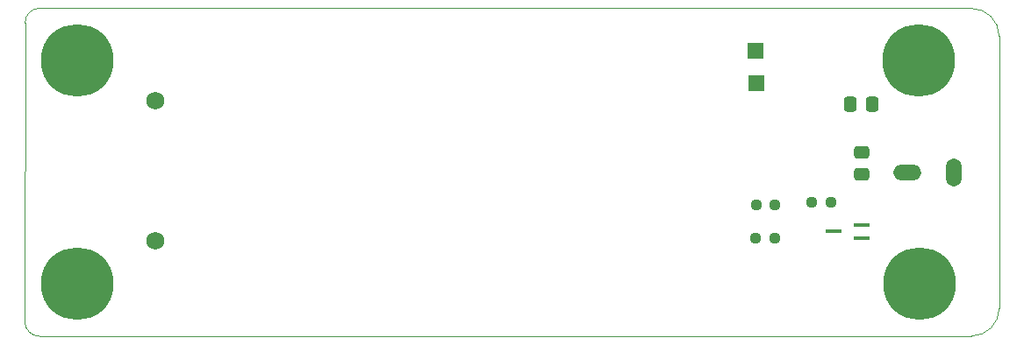
<source format=gbs>
%TF.GenerationSoftware,KiCad,Pcbnew,(6.0.2)*%
%TF.CreationDate,2022-05-28T13:28:15-07:00*%
%TF.ProjectId,TxBoard,5478426f-6172-4642-9e6b-696361645f70,4*%
%TF.SameCoordinates,Original*%
%TF.FileFunction,Soldermask,Bot*%
%TF.FilePolarity,Negative*%
%FSLAX46Y46*%
G04 Gerber Fmt 4.6, Leading zero omitted, Abs format (unit mm)*
G04 Created by KiCad (PCBNEW (6.0.2)) date 2022-05-28 13:28:15*
%MOMM*%
%LPD*%
G01*
G04 APERTURE LIST*
G04 Aperture macros list*
%AMRoundRect*
0 Rectangle with rounded corners*
0 $1 Rounding radius*
0 $2 $3 $4 $5 $6 $7 $8 $9 X,Y pos of 4 corners*
0 Add a 4 corners polygon primitive as box body*
4,1,4,$2,$3,$4,$5,$6,$7,$8,$9,$2,$3,0*
0 Add four circle primitives for the rounded corners*
1,1,$1+$1,$2,$3*
1,1,$1+$1,$4,$5*
1,1,$1+$1,$6,$7*
1,1,$1+$1,$8,$9*
0 Add four rect primitives between the rounded corners*
20,1,$1+$1,$2,$3,$4,$5,0*
20,1,$1+$1,$4,$5,$6,$7,0*
20,1,$1+$1,$6,$7,$8,$9,0*
20,1,$1+$1,$8,$9,$2,$3,0*%
G04 Aperture macros list end*
%TA.AperFunction,Profile*%
%ADD10C,0.100000*%
%TD*%
%ADD11RoundRect,0.250000X0.337500X0.475000X-0.337500X0.475000X-0.337500X-0.475000X0.337500X-0.475000X0*%
%ADD12C,7.000000*%
%ADD13O,2.717800X1.501800*%
%ADD14O,1.501800X2.717800*%
%ADD15RoundRect,0.250000X0.475000X-0.337500X0.475000X0.337500X-0.475000X0.337500X-0.475000X-0.337500X0*%
%ADD16RoundRect,0.237500X0.250000X0.237500X-0.250000X0.237500X-0.250000X-0.237500X0.250000X-0.237500X0*%
%ADD17R,1.500000X1.500000*%
%ADD18RoundRect,0.237500X-0.250000X-0.237500X0.250000X-0.237500X0.250000X0.237500X-0.250000X0.237500X0*%
%ADD19C,1.755000*%
%ADD20R,1.500000X0.450000*%
G04 APERTURE END LIST*
D10*
X104389949Y-113010051D02*
X194300000Y-113000000D01*
X103000000Y-82700000D02*
X102989949Y-111610051D01*
X197000000Y-110300000D02*
X197000000Y-84000000D01*
X197000000Y-84000000D02*
G75*
G03*
X194300000Y-81300000I-2700001J-1D01*
G01*
X102989949Y-111610051D02*
G75*
G03*
X104389949Y-113010051I1400002J2D01*
G01*
X104400000Y-81300000D02*
G75*
G03*
X103000000Y-82700000I2J-1400002D01*
G01*
X194300000Y-81300000D02*
X104400000Y-81300000D01*
X194300000Y-113000000D02*
G75*
G03*
X197000000Y-110300000I-1J2700001D01*
G01*
D11*
%TO.C,C2*%
X182662500Y-90600000D03*
X184737500Y-90600000D03*
%TD*%
D12*
%TO.C,REF\u002A\u002A*%
X108077000Y-86360000D03*
%TD*%
%TO.C,REF\u002A\u002A*%
X189200000Y-86360000D03*
%TD*%
%TO.C,REF\u002A\u002A*%
X189300000Y-107950000D03*
%TD*%
%TO.C,REF\u002A\u002A*%
X108077000Y-107950000D03*
%TD*%
D13*
%TO.C,J1*%
X188099999Y-97155000D03*
D14*
X192600000Y-97155000D03*
%TD*%
D15*
%TO.C,C1*%
X183700000Y-97337500D03*
X183700000Y-95262500D03*
%TD*%
D16*
%TO.C,R2*%
X175387000Y-100330000D03*
X173562000Y-100330000D03*
%TD*%
D17*
%TO.C,TP2*%
X173600000Y-88500000D03*
%TD*%
D18*
%TO.C,R1*%
X178919500Y-100076000D03*
X180744500Y-100076000D03*
%TD*%
D19*
%TO.C,BT1*%
X115572000Y-103795000D03*
X115572000Y-90205000D03*
%TD*%
D16*
%TO.C,R3*%
X175307000Y-103505000D03*
X173482000Y-103505000D03*
%TD*%
D20*
%TO.C,Q1*%
X183702000Y-102220000D03*
X183702000Y-103520000D03*
X181042000Y-102870000D03*
%TD*%
D17*
%TO.C,TP1*%
X173500000Y-85400000D03*
%TD*%
M02*

</source>
